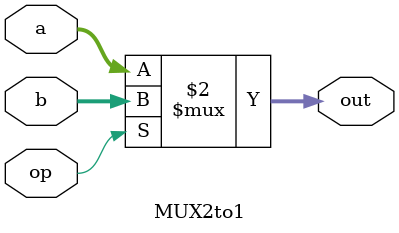
<source format=v>
module MUX2to1(out, a, b, op);

parameter n = 32;

output reg [n-1:0] out;
input [n-1:0] a, b;
input op;

always@(*) begin
  out <= op ? b : a;
end

endmodule

</source>
